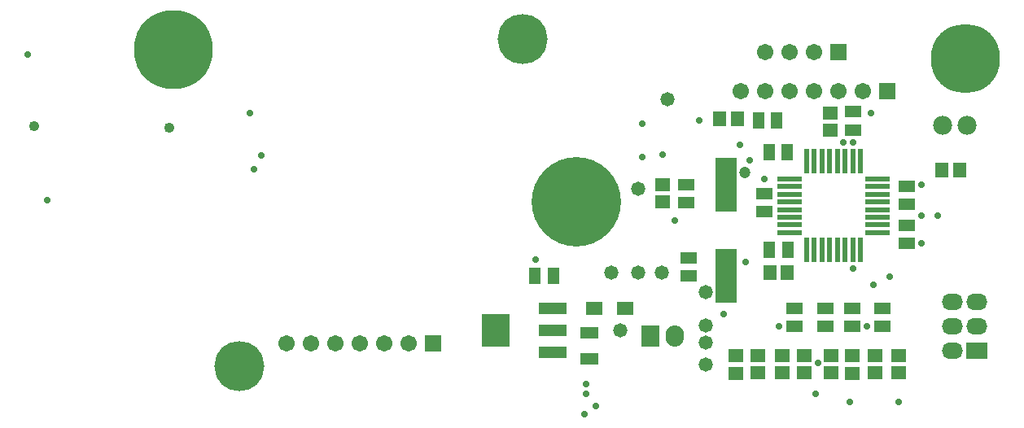
<source format=gts>
G04*
G04 #@! TF.GenerationSoftware,Altium Limited,Altium Designer,21.0.9 (235)*
G04*
G04 Layer_Color=8388736*
%FSLAX25Y25*%
%MOIN*%
G70*
G04*
G04 #@! TF.SameCoordinates,B8C923A0-899F-4986-8B49-ABE338B4BB89*
G04*
G04*
G04 #@! TF.FilePolarity,Negative*
G04*
G01*
G75*
%ADD29R,0.05131X0.06706*%
%ADD30R,0.06706X0.05131*%
%ADD31R,0.02375X0.10249*%
%ADD32R,0.10249X0.02375*%
%ADD33R,0.06312X0.05524*%
%ADD34R,0.05524X0.06312*%
%ADD35R,0.07493X0.05131*%
%ADD36R,0.11430X0.04737*%
%ADD37R,0.11430X0.13792*%
%ADD38R,0.08674X0.22453*%
%ADD39R,0.07099X0.05524*%
%ADD40C,0.04245*%
%ADD41O,0.08674X0.06706*%
%ADD42R,0.08674X0.06706*%
%ADD43C,0.07800*%
%ADD44C,0.06706*%
%ADD45R,0.06706X0.06706*%
%ADD46O,0.07493X0.08674*%
%ADD47R,0.07493X0.08674*%
%ADD48C,0.02769*%
%ADD49C,0.05800*%
%ADD50C,0.04737*%
%ADD51C,0.36627*%
%ADD52C,0.32296*%
%ADD53C,0.20485*%
%ADD54C,0.28359*%
D29*
X413182Y302700D02*
D03*
X420662D02*
D03*
X509000Y353500D02*
D03*
X516480D02*
D03*
X512240Y366500D02*
D03*
X504760D02*
D03*
X509260Y313500D02*
D03*
X516740D02*
D03*
D30*
X507000Y329000D02*
D03*
Y336480D02*
D03*
X475000Y340240D02*
D03*
Y332760D02*
D03*
X476000Y310240D02*
D03*
Y302760D02*
D03*
X555500Y289500D02*
D03*
Y282020D02*
D03*
X543000Y289500D02*
D03*
Y282020D02*
D03*
X519500Y289500D02*
D03*
Y282020D02*
D03*
X532000Y289500D02*
D03*
Y282020D02*
D03*
X565500Y339480D02*
D03*
Y332000D02*
D03*
Y316020D02*
D03*
Y323500D02*
D03*
X543500Y369980D02*
D03*
Y362500D02*
D03*
D31*
X524476Y349610D02*
D03*
X527626D02*
D03*
X530776D02*
D03*
X533925D02*
D03*
X537075D02*
D03*
X540224D02*
D03*
X543374D02*
D03*
X546524D02*
D03*
X546524Y313390D02*
D03*
X543374D02*
D03*
X540224D02*
D03*
X537075D02*
D03*
X533925D02*
D03*
X530776D02*
D03*
X527626D02*
D03*
X524476D02*
D03*
D32*
X553610Y342524D02*
D03*
Y339374D02*
D03*
Y336224D02*
D03*
Y333075D02*
D03*
X553610Y329925D02*
D03*
X553610Y326776D02*
D03*
Y323626D02*
D03*
Y320476D02*
D03*
X517390Y320476D02*
D03*
Y323626D02*
D03*
Y326776D02*
D03*
Y329925D02*
D03*
Y333075D02*
D03*
Y336224D02*
D03*
Y339374D02*
D03*
Y342524D02*
D03*
D33*
X465500Y340043D02*
D03*
Y332957D02*
D03*
X523500Y262957D02*
D03*
Y270043D02*
D03*
X495500Y262913D02*
D03*
Y270000D02*
D03*
X504500Y262957D02*
D03*
Y270043D02*
D03*
X562000Y262957D02*
D03*
Y270043D02*
D03*
X552500Y262957D02*
D03*
Y270043D02*
D03*
X534500D02*
D03*
Y262957D02*
D03*
X543000Y270000D02*
D03*
Y262913D02*
D03*
X514500Y270043D02*
D03*
Y262957D02*
D03*
X534000Y362500D02*
D03*
Y369587D02*
D03*
D34*
X496000Y367000D02*
D03*
X488913D02*
D03*
X509457Y304000D02*
D03*
X516543D02*
D03*
X587043Y346000D02*
D03*
X579957D02*
D03*
D35*
X435500Y268886D02*
D03*
Y279516D02*
D03*
D36*
X420500Y271445D02*
D03*
Y280500D02*
D03*
Y289555D02*
D03*
D37*
X397272Y280500D02*
D03*
D38*
X491500Y340201D02*
D03*
Y302799D02*
D03*
D39*
X437398Y289500D02*
D03*
X449996D02*
D03*
D40*
X208063Y364000D02*
D03*
X263500Y363437D02*
D03*
D41*
X584000Y292000D02*
D03*
X594000D02*
D03*
X584000Y282000D02*
D03*
X594000D02*
D03*
X584000Y272000D02*
D03*
D42*
X594000D02*
D03*
D43*
X590000Y364500D02*
D03*
X580000D02*
D03*
D44*
X507500Y394500D02*
D03*
X517500D02*
D03*
X527500D02*
D03*
X311500Y275000D02*
D03*
X321500D02*
D03*
X331500D02*
D03*
X341500D02*
D03*
X361500D02*
D03*
X351500D02*
D03*
X497500Y378500D02*
D03*
X507500D02*
D03*
X517500D02*
D03*
X527500D02*
D03*
X547500D02*
D03*
X537500D02*
D03*
D45*
Y394500D02*
D03*
X371500Y275000D02*
D03*
X557500Y378500D02*
D03*
D46*
X470500Y278000D02*
D03*
D47*
X460500D02*
D03*
D48*
X413500Y309500D02*
D03*
X499500Y308500D02*
D03*
X501047Y350000D02*
D03*
X539500Y357500D02*
D03*
X507000Y342500D02*
D03*
X543500Y357500D02*
D03*
X543374Y305626D02*
D03*
X551801Y299199D02*
D03*
X434000Y254500D02*
D03*
X571500Y316000D02*
D03*
X480500Y366500D02*
D03*
X497000Y356500D02*
D03*
X571500Y340000D02*
D03*
X529000Y267000D02*
D03*
X513000Y282000D02*
D03*
X457000Y351500D02*
D03*
X470500Y325500D02*
D03*
X457000Y365000D02*
D03*
X298000Y346500D02*
D03*
X301000Y352000D02*
D03*
X213375Y333625D02*
D03*
X205500Y393500D02*
D03*
X296500Y369500D02*
D03*
X578000Y327500D02*
D03*
X571547D02*
D03*
X549000Y282000D02*
D03*
X562000Y251000D02*
D03*
X542000D02*
D03*
X528000Y254500D02*
D03*
X465500Y352500D02*
D03*
X438000Y249500D02*
D03*
X434000Y258500D02*
D03*
X433500Y246000D02*
D03*
X490500Y287000D02*
D03*
X550849Y369475D02*
D03*
X558500Y302500D02*
D03*
D49*
X483000Y296000D02*
D03*
X444500Y304000D02*
D03*
X455500D02*
D03*
X483000Y282531D02*
D03*
X455500Y338500D02*
D03*
X483000Y275500D02*
D03*
X448000Y280500D02*
D03*
X483000Y266500D02*
D03*
X467500Y375000D02*
D03*
X465000Y304000D02*
D03*
D50*
X499000Y345000D02*
D03*
D51*
X430000Y333000D02*
D03*
D52*
X265000Y395500D02*
D03*
D53*
X292142Y265831D02*
D03*
X408284Y399689D02*
D03*
D54*
X589386Y391815D02*
D03*
M02*

</source>
